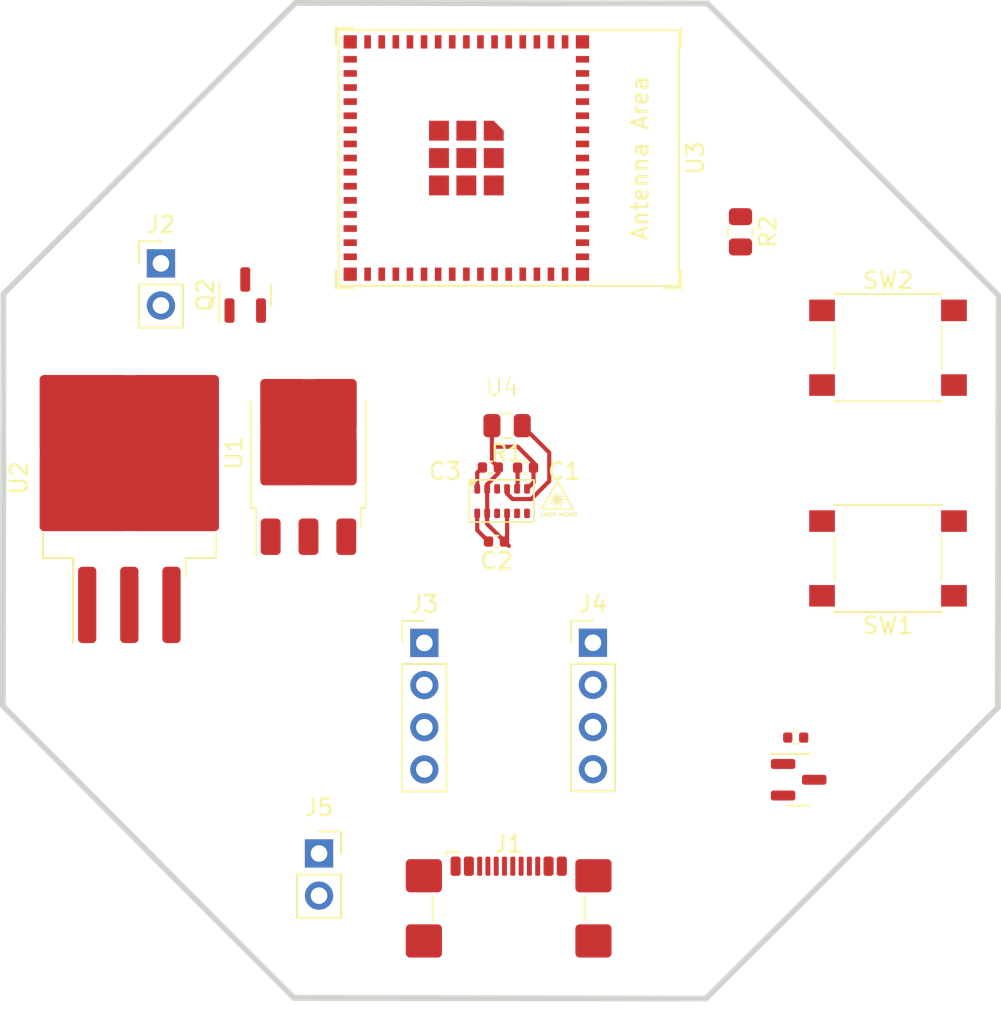
<source format=kicad_pcb>
(kicad_pcb (version 20221018) (generator pcbnew)
  (layers (0 "F.Cu" signal) (31 "B.Cu" signal) (34 "B.Paste" user) (35 "F.Paste" user) (36 "B.SilkS" user "B.Silkscreen") (37 "F.SilkS" user "F.Silkscreen") (38 "B.Mask" user) (39 "F.Mask" user) (44 "Edge.Cuts" user))
  (net 0 "")
  (net 1 "GND")
  (net 2 "+3.3V")
  (net 3 "VIN")
  (net 4 "Net-(D1-A)")
  (net 7 "+5V")
  (net 8 "RX")
  (net 9 "TX")
  (net 10 "TMS")
  (net 11 "TDI")
  (net 12 "TDO")
  (net 13 "TCK")
  (net 14 "Enable_Motor")
  (net 15 "Enable")
  (net 16 "Net-(U3-GPIO0{slash}BOOT)")
  (net 17 "Net-(SW2-A)")
  (net 18 "SCL")
  (net 19 "SDA")
  (net 20 "GPIO0")
  (net 21 "GPIO1")
  (net 24 "Hall_Effect_Sensor")
  (net 34 "D-")
  (net 35 "D+")
  (net 48 "Net-(Q2-E)")
  (footprint "Resistor_SMD:R_0805_2012Metric" (layer "F.Cu") (at 133.254442 84.706747 180)
    (fp_text reference "R1" (at 0 -1.65) (layer "F.SilkS"))
    (fp_text value "1Mohm")
    (fp_line (start -0.227064 -0.735) (end 0.227064 -0.735) (stroke (width 0.12)) (layer "F.SilkS"))
    (fp_line (start -0.227064 0.735) (end 0.227064 0.735) (stroke (width 0.12)) (layer "F.SilkS"))
    (pad "1" smd roundrect (at -0.9125 0 180) (size 1.025 1.4) (layers "F.Cu" "F.Paste" "F.Mask") (roundrect_rratio 0.243902) (net 15 "Enable"))
    (pad "2" smd roundrect (at 0.9125 0 180) (size 1.025 1.4) (layers "F.Cu" "F.Paste" "F.Mask") (roundrect_rratio 0.243902) (net 1 "GND"))
  )
  (footprint "Connector_PinHeader_2.54mm:PinHeader_1x04_P2.54mm_Vertical" (layer "F.Cu") (at 128.27 97.8)
    (fp_text reference "J3" (at 0 -2.33) (layer "F.SilkS"))
    (fp_text value "UART")
    (fp_line (start -1.33 -1.33) (end 0 -1.33) (stroke (width 0.12)) (layer "F.SilkS"))
    (fp_line (start -1.33 0) (end -1.33 -1.33) (stroke (width 0.12)) (layer "F.SilkS"))
    (fp_line (start -1.33 1.27) (end -1.33 8.95) (stroke (width 0.12)) (layer "F.SilkS"))
    (fp_line (start -1.33 1.27) (end 1.33 1.27) (stroke (width 0.12)) (layer "F.SilkS"))
    (fp_line (start -1.33 8.95) (end 1.33 8.95) (stroke (width 0.12)) (layer "F.SilkS"))
    (fp_line (start 1.33 1.27) (end 1.33 8.95) (stroke (width 0.12)) (layer "F.SilkS"))
    (pad "1" thru_hole rect (at 0 0) (size 1.7 1.7) (drill 1) (layers "*.Cu" "*.Mask") (net 2 "+3.3V"))
    (pad "2" thru_hole oval (at 0 2.54) (size 1.7 1.7) (drill 1) (layers "*.Cu" "*.Mask") (net 8 "RX"))
    (pad "3" thru_hole oval (at 0 5.08) (size 1.7 1.7) (drill 1) (layers "*.Cu" "*.Mask") (net 9 "TX"))
    (pad "4" thru_hole oval (at 0 7.62) (size 1.7 1.7) (drill 1) (layers "*.Cu" "*.Mask") (net 1 "GND"))
  )
  (footprint "Capacitor_SMD:C_0402_1005Metric" (layer "F.Cu") (at 150.65 103.505 180)
    (fp_text reference "C4" hide)
    (fp_text value " X7R 0.1 μF 6.3 V")
    (fp_line (start -0.107836 -0.36) (end 0.107836 -0.36) (stroke (width 0.12)) (layer "F.SilkS"))
    (fp_line (start -0.107836 0.36) (end 0.107836 0.36) (stroke (width 0.12)) (layer "F.SilkS"))
    (pad "1" smd roundrect (at -0.48 0 180) (size 0.56 0.62) (layers "F.Cu" "F.Paste" "F.Mask") (net 1 "GND"))
    (pad "2" smd roundrect (at 0.48 0 180) (size 0.56 0.62) (layers "F.Cu" "F.Paste" "F.Mask") (net 2 "+3.3V"))
  )
  (footprint "Capacitor_SMD:C_0402_1005Metric" (layer "F.Cu") (at 132.246942 87.226698 180)
    (fp_text reference "C3" (at 2.739856 -0.226049) (layer "F.SilkS"))
    (fp_text value " X7R 0.1 μF 6.3 V")
    (fp_line (start -0.107836 -0.36) (end 0.107836 -0.36) (stroke (width 0.12)) (layer "F.SilkS"))
    (fp_line (start -0.107836 0.36) (end 0.107836 0.36) (stroke (width 0.12)) (layer "F.SilkS"))
    (pad "1" smd roundrect (at -0.48 0 180) (size 0.56 0.62) (layers "F.Cu" "F.Paste" "F.Mask") (net 1 "GND"))
    (pad "2" smd roundrect (at 0.48 0 180) (size 0.56 0.62) (layers "F.Cu" "F.Paste" "F.Mask") (net 2 "+3.3V"))
  )
  (footprint "Connector_USB:USB_C_Receptacle_GCT_USB4110" (layer "F.Cu") (at 133.35 114.935)
    (fp_text reference "J1" (at 0 -5.015 unlocked) (layer "F.SilkS"))
    (fp_text value "USB_C_Receptacle_USB2.0")
    (fp_line (start -4.58 -0.435) (end -4.58 -1.845) (stroke (width 0.12)) (layer "F.SilkS"))
    (fp_line (start -3.76 -4.515) (end -3.76 -4.365) (stroke (width 0.12)) (layer "F.SilkS"))
    (fp_line (start -2.96 -4.515) (end -3.76 -4.515) (stroke (width 0.12)) (layer "F.SilkS"))
    (fp_line (start 4.58 -0.435) (end 4.58 -1.845) (stroke (width 0.12)) (layer "F.SilkS"))
    (pad "" np_thru_hole circle (at -2.89 -2.605) (size 0.65 0.65) (drill 0.65) (layers "F&B.Cu" "*.Mask"))
    (pad "" np_thru_hole circle (at 2.89 -2.605) (size 0.65 0.65) (drill 0.65) (layers "F&B.Cu" "*.Mask"))
    (pad "A1" smd roundrect (at -3.2 -3.68) (size 0.6 1.15) (layers "F.Cu" "F.Paste" "F.Mask") (net 1 "GND"))
    (pad "A4" smd roundrect (at -2.4 -3.68) (size 0.6 1.15) (layers "F.Cu" "F.Paste" "F.Mask") (net 4 "Net-(D1-A)"))
    (pad "A5" smd roundrect (at -1.25 -3.68) (size 0.3 1.15) (layers "F.Cu" "F.Paste" "F.Mask"))
    (pad "A6" smd roundrect (at -0.25 -3.68) (size 0.3 1.15) (layers "F.Cu" "F.Paste" "F.Mask") (net 35 "D+"))
    (pad "A7" smd roundrect (at 0.25 -3.68) (size 0.3 1.15) (layers "F.Cu" "F.Paste" "F.Mask") (net 34 "D-"))
    (pad "A8" smd roundrect (at 1.25 -3.68) (size 0.3 1.15) (layers "F.Cu" "F.Paste" "F.Mask"))
    (pad "A9" smd roundrect (at 2.4 -3.68) (size 0.6 1.15) (layers "F.Cu" "F.Paste" "F.Mask") (net 4 "Net-(D1-A)"))
    (pad "A12" smd roundrect (at 3.2 -3.68) (size 0.6 1.15) (layers "F.Cu" "F.Paste" "F.Mask") (net 1 "GND"))
    (pad "B1" smd roundrect (at 3.2 -3.68) (size 0.6 1.15) (layers "F.Cu" "F.Paste" "F.Mask") (net 1 "GND"))
    (pad "B4" smd roundrect (at 2.4 -3.68) (size 0.6 1.15) (layers "F.Cu" "F.Paste" "F.Mask") (net 4 "Net-(D1-A)"))
    (pad "B5" smd roundrect (at 1.75 -3.68) (size 0.3 1.15) (layers "F.Cu" "F.Paste" "F.Mask"))
    (pad "B6" smd roundrect (at 0.75 -3.68) (size 0.3 1.15) (layers "F.Cu" "F.Paste" "F.Mask") (net 35 "D+"))
    (pad "B7" smd roundrect (at -0.75 -3.68) (size 0.3 1.15) (layers "F.Cu" "F.Paste" "F.Mask") (net 34 "D-"))
    (pad "B8" smd roundrect (at -1.75 -3.68) (size 0.3 1.15) (layers "F.Cu" "F.Paste" "F.Mask"))
    (pad "B9" smd roundrect (at -2.4 -3.68) (size 0.6 1.15) (layers "F.Cu" "F.Paste" "F.Mask") (net 4 "Net-(D1-A)"))
    (pad "B12" smd roundrect (at -3.2 -3.68) (size 0.6 1.15) (layers "F.Cu" "F.Paste" "F.Mask") (net 1 "GND"))
    (pad "S1" smd roundrect (at -5.11 -3.105) (size 2.18 2) (layers "F.Cu" "F.Paste" "F.Mask") (roundrect_rratio 0.125) (net 1 "GND"))
    (pad "S1" smd roundrect (at -5.11 0.825) (size 2.18 2) (layers "F.Cu" "F.Paste" "F.Mask") (roundrect_rratio 0.125) (net 1 "GND"))
    (pad "S1" smd roundrect (at 5.11 -3.105) (size 2.18 2) (layers "F.Cu" "F.Paste" "F.Mask") (roundrect_rratio 0.125) (net 1 "GND"))
    (pad "S1" smd roundrect (at 5.11 0.825) (size 2.18 2) (layers "F.Cu" "F.Paste" "F.Mask") (roundrect_rratio 0.125) (net 1 "GND"))
  )
  (footprint "Package_TO_SOT_SMD:TO-263-3_TabPin2" (layer "F.Cu") (at 110.49 87.86 90)
    (fp_text reference "U2" (at 0 -6.65 90) (layer "F.SilkS"))
    (fp_text value "LM1117S-5.0")
    (fp_line (start -4.825 -5.2) (end -4.825 -3.39) (stroke (width 0.12)) (layer "F.SilkS"))
    (fp_line (start -4.825 -3.39) (end -9.95 -3.39) (stroke (width 0.12)) (layer "F.SilkS"))
    (fp_line (start -4.825 3.39) (end -5.925 3.39) (stroke (width 0.12)) (layer "F.SilkS"))
    (fp_line (start -4.825 5.2) (end -4.825 3.39) (stroke (width 0.12)) (layer "F.SilkS"))
    (fp_line (start -3.325 -5.2) (end -4.825 -5.2) (stroke (width 0.12)) (layer "F.SilkS"))
    (fp_line (start -3.325 5.2) (end -4.825 5.2) (stroke (width 0.12)) (layer "F.SilkS"))
    (pad "1" smd roundrect (at -7.65 -2.54 90) (size 4.6 1.1) (layers "F.Cu" "F.Paste" "F.Mask") (roundrect_rratio 0.227273) (net 1 "GND"))
    (pad "2" smd roundrect (at -7.65 0 90) (size 4.6 1.1) (layers "F.Cu" "F.Paste" "F.Mask") (roundrect_rratio 0.227273) (net 7 "+5V"))
    (pad "2" smd roundrect (at -0.925 -2.775 90) (size 4.55 5.25) (layers "F.Cu" "F.Paste") (roundrect_rratio 0.054945) (net 7 "+5V"))
    (pad "2" smd roundrect (at -0.925 2.775 90) (size 4.55 5.25) (layers "F.Cu" "F.Paste") (roundrect_rratio 0.054945) (net 7 "+5V"))
    (pad "2" smd roundrect (at 1.5 0 90) (size 9.4 10.8) (layers "F.Cu" "F.Mask") (roundrect_rratio 0.026596) (net 7 "+5V"))
    (pad "2" smd roundrect (at 3.925 -2.775 90) (size 4.55 5.25) (layers "F.Cu" "F.Paste") (roundrect_rratio 0.054945) (net 7 "+5V"))
    (pad "2" smd roundrect (at 3.925 2.775 90) (size 4.55 5.25) (layers "F.Cu" "F.Paste") (roundrect_rratio 0.054945) (net 7 "+5V"))
    (pad "3" smd roundrect (at -7.65 2.54 90) (size 4.6 1.1) (layers "F.Cu" "F.Paste" "F.Mask") (roundrect_rratio 0.227273) (net 3 "VIN"))
  )
  (footprint "Connector_PinHeader_2.54mm:PinHeader_1x04_P2.54mm_Vertical" (layer "F.Cu") (at 138.43 97.79)
    (fp_text reference "J4" (at 0 -2.33) (layer "F.SilkS"))
    (fp_text value "JTAG")
    (fp_line (start -1.33 -1.33) (end 0 -1.33) (stroke (width 0.12)) (layer "F.SilkS"))
    (fp_line (start -1.33 0) (end -1.33 -1.33) (stroke (width 0.12)) (layer "F.SilkS"))
    (fp_line (start -1.33 1.27) (end -1.33 8.95) (stroke (width 0.12)) (layer "F.SilkS"))
    (fp_line (start -1.33 1.27) (end 1.33 1.27) (stroke (width 0.12)) (layer "F.SilkS"))
    (fp_line (start -1.33 8.95) (end 1.33 8.95) (stroke (width 0.12)) (layer "F.SilkS"))
    (fp_line (start 1.33 1.27) (end 1.33 8.95) (stroke (width 0.12)) (layer "F.SilkS"))
    (pad "1" thru_hole rect (at 0 0) (size 1.7 1.7) (drill 1) (layers "*.Cu" "*.Mask") (net 10 "TMS"))
    (pad "2" thru_hole oval (at 0 2.54) (size 1.7 1.7) (drill 1) (layers "*.Cu" "*.Mask") (net 11 "TDI"))
    (pad "3" thru_hole oval (at 0 5.08) (size 1.7 1.7) (drill 1) (layers "*.Cu" "*.Mask") (net 12 "TDO"))
    (pad "4" thru_hole oval (at 0 7.62) (size 1.7 1.7) (drill 1) (layers "*.Cu" "*.Mask") (net 13 "TCK"))
  )
  (footprint "Capacitor_SMD:C_0402_1005Metric" (layer "F.Cu") (at 134.366515 87.238217 180)
    (fp_text reference "C1" (at -2.325427 -0.21453) (layer "F.SilkS"))
    (fp_text value " X7R 0.1 μF 6.3 V")
    (fp_line (start -0.107836 -0.36) (end 0.107836 -0.36) (stroke (width 0.12)) (layer "F.SilkS"))
    (fp_line (start -0.107836 0.36) (end 0.107836 0.36) (stroke (width 0.12)) (layer "F.SilkS"))
    (pad "1" smd roundrect (at -0.48 0 180) (size 0.56 0.62) (layers "F.Cu" "F.Paste" "F.Mask") (net 1 "GND"))
    (pad "2" smd roundrect (at 0.48 0 180) (size 0.56 0.62) (layers "F.Cu" "F.Paste" "F.Mask") (net 2 "+3.3V"))
  )
  (footprint "Package_TO_SOT_SMD:TO-252-3_TabPin2" (layer "F.Cu") (at 121.285 86.36 90)
    (fp_text reference "U1" (at 0 -4.5 90) (layer "F.SilkS"))
    (fp_text value "LM1117DT-3.3")
    (fp_line (start -3.31 -3.45) (end -3.31 -3.18) (stroke (width 0.12)) (layer "F.SilkS"))
    (fp_line (start -3.31 -3.18) (end -6.14 -3.18) (stroke (width 0.12)) (layer "F.SilkS"))
    (fp_line (start -3.31 3.18) (end -4.41 3.18) (stroke (width 0.12)) (layer "F.SilkS"))
    (fp_line (start -3.31 3.45) (end -3.31 3.18) (stroke (width 0.12)) (layer "F.SilkS"))
    (fp_line (start 3.11 -3.45) (end -3.31 -3.45) (stroke (width 0.12)) (layer "F.SilkS"))
    (fp_line (start 3.11 3.45) (end -3.31 3.45) (stroke (width 0.12)) (layer "F.SilkS"))
    (pad "1" smd roundrect (at -5.04 -2.28 90) (size 2.2 1.2) (layers "F.Cu" "F.Paste" "F.Mask") (roundrect_rratio 0.208333) (net 1 "GND"))
    (pad "2" smd roundrect (at -5.04 0 90) (size 2.2 1.2) (layers "F.Cu" "F.Paste" "F.Mask") (roundrect_rratio 0.208333) (net 2 "+3.3V"))
    (pad "2" smd roundrect (at -0.415 -1.525 90) (size 3.05 2.75) (layers "F.Cu" "F.Paste") (roundrect_rratio 0.090909) (net 2 "+3.3V"))
    (pad "2" smd roundrect (at -0.415 1.525 90) (size 3.05 2.75) (layers "F.Cu" "F.Paste") (roundrect_rratio 0.090909) (net 2 "+3.3V"))
    (pad "2" smd roundrect (at 1.26 0 90) (size 6.4 5.8) (layers "F.Cu" "F.Mask") (roundrect_rratio 0.043103) (net 2 "+3.3V"))
    (pad "2" smd roundrect (at 2.935 -1.525 90) (size 3.05 2.75) (layers "F.Cu" "F.Paste") (roundrect_rratio 0.090909) (net 2 "+3.3V"))
    (pad "2" smd roundrect (at 2.935 1.525 90) (size 3.05 2.75) (layers "F.Cu" "F.Paste") (roundrect_rratio 0.090909) (net 2 "+3.3V"))
    (pad "3" smd roundrect (at -5.04 2.28 90) (size 2.2 1.2) (layers "F.Cu" "F.Paste" "F.Mask") (roundrect_rratio 0.208333) (net 3 "VIN"))
  )
  (footprint "Capacitor_SMD:C_0402_1005Metric" (layer "F.Cu") (at 132.619442 91.691747 180)
    (fp_text reference "C2" (at 0 -1.16) (layer "F.SilkS"))
    (fp_text value " X7R 0.1 μF 6.3 V")
    (fp_line (start -0.107836 -0.36) (end 0.107836 -0.36) (stroke (width 0.12)) (layer "F.SilkS"))
    (fp_line (start -0.107836 0.36) (end 0.107836 0.36) (stroke (width 0.12)) (layer "F.SilkS"))
    (pad "1" smd roundrect (at -0.48 0 180) (size 0.56 0.62) (layers "F.Cu" "F.Paste" "F.Mask") (net 1 "GND"))
    (pad "2" smd roundrect (at 0.48 0 180) (size 0.56 0.62) (layers "F.Cu" "F.Paste" "F.Mask") (net 2 "+3.3V"))
  )
  (footprint "Package_TO_SOT_SMD:SOT-23" (layer "F.Cu") (at 117.475 76.835 90)
    (fp_text reference "Q2" (at 0 -2.4 90) (layer "F.SilkS"))
    (fp_text value "BC847")
    (fp_line (start 0 -1.56) (end -1.675 -1.56) (stroke (width 0.12)) (layer "F.SilkS"))
    (fp_line (start 0 -1.56) (end 0.65 -1.56) (stroke (width 0.12)) (layer "F.SilkS"))
    (fp_line (start 0 1.56) (end -0.65 1.56) (stroke (width 0.12)) (layer "F.SilkS"))
    (fp_line (start 0 1.56) (end 0.65 1.56) (stroke (width 0.12)) (layer "F.SilkS"))
    (pad "1" smd roundrect (at -0.9375 -0.95 90) (size 1.475 0.6) (layers "F.Cu" "F.Paste" "F.Mask") (net 14 "Enable_Motor"))
    (pad "2" smd roundrect (at -0.9375 0.95 90) (size 1.475 0.6) (layers "F.Cu" "F.Paste" "F.Mask") (net 48 "Net-(Q2-E)"))
    (pad "3" smd roundrect (at 0.9375 0 90) (size 1.475 0.6) (layers "F.Cu" "F.Paste" "F.Mask") (net 1 "GND"))
  )
  (footprint "Package_TO_SOT_SMD:SOT-23" (layer "F.Cu") (at 150.8275 106.045)
    (fp_text reference "U6" hide)
    (fp_text value "DRV5055A2xDBZxQ1")
    (fp_line (start 0 -1.56) (end -1.675 -1.56) (stroke (width 0.12)) (layer "F.SilkS"))
    (fp_line (start 0 -1.56) (end 0.65 -1.56) (stroke (width 0.12)) (layer "F.SilkS"))
    (fp_line (start 0 1.56) (end -0.65 1.56) (stroke (width 0.12)) (layer "F.SilkS"))
    (fp_line (start 0 1.56) (end 0.65 1.56) (stroke (width 0.12)) (layer "F.SilkS"))
    (pad "1" smd roundrect (at -0.9375 -0.95) (size 1.475 0.6) (layers "F.Cu" "F.Paste" "F.Mask") (net 2 "+3.3V"))
    (pad "2" smd roundrect (at -0.9375 0.95) (size 1.475 0.6) (layers "F.Cu" "F.Paste" "F.Mask") (net 24 "Hall_Effect_Sensor"))
    (pad "3" smd roundrect (at 0.9375 0) (size 1.475 0.6) (layers "F.Cu" "F.Paste" "F.Mask") (net 1 "GND"))
  )
  (footprint "PCM_Espressif:ESP32-S3-MINI-1" (layer "F.Cu") (at 130.8 68.58 -90)
    (fp_text reference "U3" (at 0 -13.8 90) (layer "F.SilkS"))
    (fp_text value "ESP32-S3-MINI-1")
    (fp_text user "Antenna Area" (at 0 -10.45 90) (layer "F.SilkS"))
    (fp_line (start -7.85 7.85) (end -7.85 6.8) (stroke (width 0.12)) (layer "F.SilkS"))
    (fp_line (start -7.7 -12.8) (end -7.7 -7.7) (stroke (width 0.12)) (layer "F.SilkS"))
    (fp_line (start -7.7 -12.8) (end 7.7 -12.8) (stroke (width 0.12)) (layer "F.SilkS"))
    (fp_line (start -7.7 7.7) (end -7.7 -7.7) (stroke (width 0.12)) (layer "F.SilkS"))
    (fp_line (start -6.8 7.85) (end -7.85 7.85) (stroke (width 0.12)) (layer "F.SilkS"))
    (fp_line (start -6.65 -12.95) (end -7.85 -12.95) (stroke (width 0.12)) (layer "F.SilkS"))
    (fp_line (start 6.8 -12.95) (end 7.85 -12.95) (stroke (width 0.12)) (layer "F.SilkS"))
    (fp_line (start 6.8 7.85) (end 7.85 7.85) (stroke (width 0.12)) (layer "F.SilkS"))
    (fp_line (start 7.7 -12.8) (end 7.7 -7.7) (stroke (width 0.12)) (layer "F.SilkS"))
    (fp_line (start 7.7 -7.7) (end 7.7 7.7) (stroke (width 0.12)) (layer "F.SilkS"))
    (fp_line (start 7.7 7.7) (end -7.7 7.7) (stroke (width 0.12)) (layer "F.SilkS"))
    (fp_line (start 7.85 -12.95) (end 7.85 -11.95) (stroke (width 0.12)) (layer "F.SilkS"))
    (fp_line (start 7.85 7.85) (end 7.85 6.8) (stroke (width 0.12)) (layer "F.SilkS"))
    (pad "1" smd rect (at -7 -5.95) (size 0.4 0.8) (layers "F.Cu" "F.Paste" "F.Mask") (net 1 "GND"))
    (pad "2" smd rect (at -7 -5.1) (size 0.4 0.8) (layers "F.Cu" "F.Paste" "F.Mask") (net 1 "GND"))
    (pad "3" smd rect (at -7 -4.25) (size 0.4 0.8) (layers "F.Cu" "F.Paste" "F.Mask") (net 2 "+3.3V"))
    (pad "4" smd rect (at -7 -3.4) (size 0.4 0.8) (layers "F.Cu" "F.Paste" "F.Mask") (net 16 "Net-(U3-GPIO0{slash}BOOT)"))
    (pad "5" smd rect (at -7 -2.55) (size 0.4 0.8) (layers "F.Cu" "F.Paste" "F.Mask") (net 15 "Enable"))
    (pad "6" smd rect (at -7 -1.7) (size 0.4 0.8) (layers "F.Cu" "F.Paste" "F.Mask") (net 18 "SCL"))
    (pad "7" smd rect (at -7 -0.85) (size 0.4 0.8) (layers "F.Cu" "F.Paste" "F.Mask") (net 19 "SDA"))
    (pad "8" smd rect (at -7 0) (size 0.4 0.8) (layers "F.Cu" "F.Paste" "F.Mask") (net 20 "GPIO0"))
    (pad "9" smd rect (at -7 0.85) (size 0.4 0.8) (layers "F.Cu" "F.Paste" "F.Mask") (net 21 "GPIO1"))
    (pad "10" smd rect (at -7 1.7) (size 0.4 0.8) (layers "F.Cu" "F.Paste" "F.Mask") (net 14 "Enable_Motor"))
    (pad "11" smd rect (at -7 2.55) (size 0.4 0.8) (layers "F.Cu" "F.Paste" "F.Mask"))
    (pad "12" smd rect (at -7 3.4) (size 0.4 0.8) (layers "F.Cu" "F.Paste" "F.Mask"))
    (pad "13" smd rect (at -7 4.25) (size 0.4 0.8) (layers "F.Cu" "F.Paste" "F.Mask") (net 24 "Hall_Effect_Sensor"))
    (pad "14" smd rect (at -7 5.1) (size 0.4 0.8) (layers "F.Cu" "F.Paste" "F.Mask"))
    (pad "15" smd rect (at -7 5.95) (size 0.4 0.8) (layers "F.Cu" "F.Paste" "F.Mask"))
    (pad "16" smd rect (at -5.95 7 270) (size 0.4 0.8) (layers "F.Cu" "F.Paste" "F.Mask"))
    (pad "17" smd rect (at -5.1 7 270) (size 0.4 0.8) (layers "F.Cu" "F.Paste" "F.Mask"))
    (pad "18" smd rect (at -4.25 7 270) (size 0.4 0.8) (layers "F.Cu" "F.Paste" "F.Mask"))
    (pad "19" smd rect (at -3.4 7 270) (size 0.4 0.8) (layers "F.Cu" "F.Paste" "F.Mask"))
    (pad "20" smd rect (at -2.55 7 270) (size 0.4 0.8) (layers "F.Cu" "F.Paste" "F.Mask"))
    (pad "21" smd rect (at -1.7 7 270) (size 0.4 0.8) (layers "F.Cu" "F.Paste" "F.Mask"))
    (pad "22" smd rect (at -0.85 7 270) (size 0.4 0.8) (layers "F.Cu" "F.Paste" "F.Mask"))
    (pad "23" smd rect (at 0 7 270) (size 0.4 0.8) (layers "F.Cu" "F.Paste" "F.Mask") (net 34 "D-"))
    (pad "24" smd rect (at 0.85 7 270) (size 0.4 0.8) (layers "F.Cu" "F.Paste" "F.Mask") (net 35 "D+"))
    (pad "25" smd rect (at 1.7 7 270) (size 0.4 0.8) (layers "F.Cu" "F.Paste" "F.Mask"))
    (pad "26" smd rect (at 2.55 7 270) (size 0.4 0.8) (layers "F.Cu" "F.Paste" "F.Mask"))
    (pad "27" smd rect (at 3.4 7 270) (size 0.4 0.8) (layers "F.Cu" "F.Paste" "F.Mask"))
    (pad "28" smd rect (at 4.25 7 270) (size 0.4 0.8) (layers "F.Cu" "F.Paste" "F.Mask"))
    (pad "29" smd rect (at 5.1 7 270) (size 0.4 0.8) (layers "F.Cu" "F.Paste" "F.Mask"))
    (pad "30" smd rect (at 5.95 7 270) (size 0.4 0.8) (layers "F.Cu" "F.Paste" "F.Mask"))
    (pad "31" smd rect (at 7 5.95) (size 0.4 0.8) (layers "F.Cu" "F.Paste" "F.Mask"))
    (pad "32" smd rect (at 7 5.1) (size 0.4 0.8) (layers "F.Cu" "F.Paste" "F.Mask"))
    (pad "33" smd rect (at 7 4.25) (size 0.4 0.8) (layers "F.Cu" "F.Paste" "F.Mask"))
    (pad "34" smd rect (at 7 3.4) (size 0.4 0.8) (layers "F.Cu" "F.Paste" "F.Mask"))
    (pad "35" smd rect (at 7 2.55) (size 0.4 0.8) (layers "F.Cu" "F.Paste" "F.Mask") (net 13 "TCK"))
    (pad "36" smd rect (at 7 1.7) (size 0.4 0.8) (layers "F.Cu" "F.Paste" "F.Mask") (net 12 "TDO"))
    (pad "37" smd rect (at 7 0.85) (size 0.4 0.8) (layers "F.Cu" "F.Paste" "F.Mask") (net 11 "TDI"))
    (pad "38" smd rect (at 7 0) (size 0.4 0.8) (layers "F.Cu" "F.Paste" "F.Mask") (net 10 "TMS"))
    (pad "39" smd rect (at 7 -0.85) (size 0.4 0.8) (layers "F.Cu" "F.Paste" "F.Mask") (net 9 "TX"))
    (pad "40" smd rect (at 7 -1.7) (size 0.4 0.8) (layers "F.Cu" "F.Paste" "F.Mask") (net 8 "RX"))
    (pad "41" smd rect (at 7 -2.55) (size 0.4 0.8) (layers "F.Cu" "F.Paste" "F.Mask"))
    (pad "42" smd rect (at 7 -3.4) (size 0.4 0.8) (layers "F.Cu" "F.Paste" "F.Mask") (net 1 "GND"))
    (pad "43" smd rect (at 7 -4.25) (size 0.4 0.8) (layers "F.Cu" "F.Paste" "F.Mask") (net 1 "GND"))
    (pad "44" smd rect (at 7 -5.1) (size 0.4 0.8) (layers "F.Cu" "F.Paste" "F.Mask"))
    (pad "45" smd rect (at 7 -5.95) (size 0.4 0.8) (layers "F.Cu" "F.Paste" "F.Mask") (net 17 "Net-(SW2-A)"))
    (pad "46" smd rect (at 5.95 -7 270) (size 0.4 0.8) (layers "F.Cu" "F.Paste" "F.Mask") (net 1 "GND"))
    (pad "47" smd rect (at 5.1 -7 270) (size 0.4 0.8) (layers "F.Cu" "F.Paste" "F.Mask") (net 1 "GND"))
    (pad "48" smd rect (at 4.25 -7 270) (size 0.4 0.8) (layers "F.Cu" "F.Paste" "F.Mask") (net 1 "GND"))
    (pad "49" smd rect (at 3.4 -7 270) (size 0.4 0.8) (layers "F.Cu" "F.Paste" "F.Mask") (net 1 "GND"))
    (pad "50" smd rect (at 2.55 -7 270) (size 0.4 0.8) (layers "F.Cu" "F.Paste" "F.Mask") (net 1 "GND"))
    (pad "51" smd rect (at 1.7 -7 270) (size 0.4 0.8) (layers "F.Cu" "F.Paste" "F.Mask") (net 1 "GND"))
    (pad "52" smd rect (at 0.85 -7 270) (size 0.4 0.8) (layers "F.Cu" "F.Paste" "F.Mask") (net 1 "GND"))
    (pad "53" smd rect (at 0 -7 270) (size 0.4 0.8) (layers "F.Cu" "F.Paste" "F.Mask") (net 1 "GND"))
    (pad "54" smd rect (at -0.85 -7 270) (size 0.4 0.8) (layers "F.Cu" "F.Paste" "F.Mask") (net 1 "GND"))
    (pad "55" smd rect (at -1.7 -7 270) (size 0.4 0.8) (layers "F.Cu" "F.Paste" "F.Mask") (net 1 "GND"))
    (pad "56" smd rect (at -2.55 -7 270) (size 0.4 0.8) (layers "F.Cu" "F.Paste" "F.Mask") (net 1 "GND"))
    (pad "57" smd rect (at -3.4 -7 270) (size 0.4 0.8) (layers "F.Cu" "F.Paste" "F.Mask") (net 1 "GND"))
    (pad "58" smd rect (at -4.25 -7 270) (size 0.4 0.8) (layers "F.Cu" "F.Paste" "F.Mask") (net 1 "GND"))
    (pad "59" smd rect (at -5.1 -7 270) (size 0.4 0.8) (layers "F.Cu" "F.Paste" "F.Mask") (net 1 "GND"))
    (pad "60" smd rect (at -5.95 -7 270) (size 0.4 0.8) (layers "F.Cu" "F.Paste" "F.Mask") (net 1 "GND"))
    (pad "61" smd custom (at -1.65 -1.65 270) (size 0.6 0.6) (layers "F.Cu" "F.Paste" "F.Mask") (net 1 "GND") (options (clearance outline) (anchor rect)) (primitives (gr_poly (pts (xy 0.6 0.6) (xy -0.6 0.6) (xy -0.6 0) (xy 0 -0.6) (xy 0.6 -0.6)) (width 0) (fill yes))))
    (pad "61" smd rect (at -1.65 0 270) (size 1.2 1.2) (layers "F.Cu" "F.Paste" "F.Mask") (net 1 "GND"))
    (pad "61" smd rect (at -1.65 1.65 270) (size 1.2 1.2) (layers "F.Cu" "F.Paste" "F.Mask") (net 1 "GND"))
    (pad "61" smd rect (at 0 -1.65 270) (size 1.2 1.2) (layers "F.Cu" "F.Paste" "F.Mask") (net 1 "GND"))
    (pad "61" smd rect (at 0 0 270) (size 1.2 1.2) (layers "F.Cu" "F.Paste" "F.Mask") (net 1 "GND"))
    (pad "61" smd rect (at 0 1.65 270) (size 1.2 1.2) (layers "F.Cu" "F.Paste" "F.Mask") (net 1 "GND"))
    (pad "61" smd rect (at 1.65 -1.65 270) (size 1.2 1.2) (layers "F.Cu" "F.Paste" "F.Mask") (net 1 "GND"))
    (pad "61" smd rect (at 1.65 0 270) (size 1.2 1.2) (layers "F.Cu" "F.Paste" "F.Mask") (net 1 "GND"))
    (pad "61" smd rect (at 1.65 1.65 270) (size 1.2 1.2) (layers "F.Cu" "F.Paste" "F.Mask") (net 1 "GND"))
    (pad "62" smd rect (at -7 -7 90) (size 0.8 0.8) (layers "F.Cu" "F.Paste" "F.Mask") (net 1 "GND"))
    (pad "63" smd rect (at -7 7 90) (size 0.8 0.8) (layers "F.Cu" "F.Paste" "F.Mask") (net 1 "GND"))
    (pad "64" smd rect (at 7 7 90) (size 0.8 0.8) (layers "F.Cu" "F.Paste" "F.Mask") (net 1 "GND"))
    (pad "65" smd rect (at 7 -7 90) (size 0.8 0.8) (layers "F.Cu" "F.Paste" "F.Mask") (net 1 "GND"))
  )
  (footprint "Resistor_SMD:R_0805_2012Metric" (layer "F.Cu") (at 147.32 73.025 -90)
    (fp_text reference "R2" (at 0 -1.65 90) (layer "F.SilkS"))
    (fp_text value "1Mohm")
    (fp_line (start -0.227064 -0.735) (end 0.227064 -0.735) (stroke (width 0.12)) (layer "F.SilkS"))
    (fp_line (start -0.227064 0.735) (end 0.227064 0.735) (stroke (width 0.12)) (layer "F.SilkS"))
    (pad "1" smd roundrect (at -0.9125 0 270) (size 1.025 1.4) (layers "F.Cu" "F.Paste" "F.Mask") (roundrect_rratio 0.243902) (net 14 "Enable_Motor"))
    (pad "2" smd roundrect (at 0.9125 0 270) (size 1.025 1.4) (layers "F.Cu" "F.Paste" "F.Mask") (roundrect_rratio 0.243902) (net 1 "GND"))
  )
  (footprint "Button_Switch_SMD:SW_Push_1P1T_NO_6x6mm_H9.5mm" (layer "F.Cu") (at 156.21 92.71 180)
    (fp_text reference "SW1" (at 0 -4.05) (layer "F.SilkS"))
    (fp_text value "BOOT")
    (fp_line (start -3.23 -3.23) (end 3.23 -3.23) (stroke (width 0.12)) (layer "F.SilkS"))
    (fp_line (start -3.23 -3.2) (end -3.23 -3.23) (stroke (width 0.12)) (layer "F.SilkS"))
    (fp_line (start -3.23 -1.3) (end -3.23 1.3) (stroke (width 0.12)) (layer "F.SilkS"))
    (fp_line (start -3.23 3.23) (end -3.23 3.2) (stroke (width 0.12)) (layer "F.SilkS"))
    (fp_line (start -3.23 3.23) (end 3.23 3.23) (stroke (width 0.12)) (layer "F.SilkS"))
    (fp_line (start 3.23 -3.23) (end 3.23 -3.2) (stroke (width 0.12)) (layer "F.SilkS"))
    (fp_line (start 3.23 -1.3) (end 3.23 1.3) (stroke (width 0.12)) (layer "F.SilkS"))
    (fp_line (start 3.23 3.23) (end 3.23 3.2) (stroke (width 0.12)) (layer "F.SilkS"))
    (pad "1" smd rect (at -3.975 -2.25 180) (size 1.55 1.3) (layers "F.Cu" "F.Paste" "F.Mask") (net 1 "GND"))
    (pad "1" smd rect (at 3.975 -2.25 180) (size 1.55 1.3) (layers "F.Cu" "F.Paste" "F.Mask") (net 1 "GND"))
    (pad "2" smd rect (at -3.975 2.25 180) (size 1.55 1.3) (layers "F.Cu" "F.Paste" "F.Mask") (net 16 "Net-(U3-GPIO0{slash}BOOT)"))
    (pad "2" smd rect (at 3.975 2.25 180) (size 1.55 1.3) (layers "F.Cu" "F.Paste" "F.Mask") (net 16 "Net-(U3-GPIO0{slash}BOOT)"))
  )
  (footprint "Button_Switch_SMD:SW_Push_1P1T_NO_6x6mm_H9.5mm" (layer "F.Cu") (at 156.21 80.01)
    (fp_text reference "SW2" (at 0 -4.05) (layer "F.SilkS"))
    (fp_text value "RESET")
    (fp_line (start -3.23 -3.23) (end 3.23 -3.23) (stroke (width 0.12)) (layer "F.SilkS"))
    (fp_line (start -3.23 -3.2) (end -3.23 -3.23) (stroke (width 0.12)) (layer "F.SilkS"))
    (fp_line (start -3.23 -1.3) (end -3.23 1.3) (stroke (width 0.12)) (layer "F.SilkS"))
    (fp_line (start -3.23 3.23) (end -3.23 3.2) (stroke (width 0.12)) (layer "F.SilkS"))
    (fp_line (start -3.23 3.23) (end 3.23 3.23) (stroke (width 0.12)) (layer "F.SilkS"))
    (fp_line (start 3.23 -3.23) (end 3.23 -3.2) (stroke (width 0.12)) (layer "F.SilkS"))
    (fp_line (start 3.23 -1.3) (end 3.23 1.3) (stroke (width 0.12)) (layer "F.SilkS"))
    (fp_line (start 3.23 3.23) (end 3.23 3.2) (stroke (width 0.12)) (layer "F.SilkS"))
    (pad "1" smd rect (at -3.975 -2.25) (size 1.55 1.3) (layers "F.Cu" "F.Paste" "F.Mask") (net 17 "Net-(SW2-A)"))
    (pad "1" smd rect (at 3.975 -2.25) (size 1.55 1.3) (layers "F.Cu" "F.Paste" "F.Mask") (net 17 "Net-(SW2-A)"))
    (pad "2" smd rect (at -3.975 2.25) (size 1.55 1.3) (layers "F.Cu" "F.Paste" "F.Mask") (net 2 "+3.3V"))
    (pad "2" smd rect (at 3.975 2.25) (size 1.55 1.3) (layers "F.Cu" "F.Paste" "F.Mask") (net 2 "+3.3V"))
  )
  (footprint "Connector_PinHeader_2.54mm:PinHeader_1x02_P2.54mm_Vertical" (layer "F.Cu") (at 112.395 74.925)
    (fp_text reference "J2" (at 0 -2.33) (layer "F.SilkS"))
    (fp_text value "Motor")
    (fp_line (start -1.33 -1.33) (end 0 -1.33) (stroke (width 0.12)) (layer "F.SilkS"))
    (fp_line (start -1.33 0) (end -1.33 -1.33) (stroke (width 0.12)) (layer "F.SilkS"))
    (fp_line (start -1.33 1.27) (end -1.33 3.87) (stroke (width 0.12)) (layer "F.SilkS"))
    (fp_line (start -1.33 1.27) (end 1.33 1.27) (stroke (width 0.12)) (layer "F.SilkS"))
    (fp_line (start -1.33 3.87) (end 1.33 3.87) (stroke (width 0.12)) (layer "F.SilkS"))
    (fp_line (start 1.33 1.27) (end 1.33 3.87) (stroke (width 0.12)) (layer "F.SilkS"))
    (pad "1" thru_hole rect (at 0 0) (size 1.7 1.7) (drill 1) (layers "*.Cu" "*.Mask") (net 48 "Net-(Q2-E)"))
    (pad "2" thru_hole oval (at 0 2.54) (size 1.7 1.7) (drill 1) (layers "*.Cu" "*.Mask") (net 7 "+5V"))
  )
  (footprint "ToF:TMF8805" (layer "F.Cu") (at 132.951299 82.893217)
    (fp_text reference "U4" (at 0 -0.5 unlocked) (layer "F.SilkS") (effects (font (thickness 0.1))))
    (fp_text value "~")
    (fp_text user "LASER HAZARD" (at 2.296204 7.290279 unlocked) (layer "F.SilkS") (effects (font (size 0.2 0.2) (thickness 0.05)) (justify left bottom)))
    (fp_rect (start -1.974465 5.08) (end 1.923651 7.62) (stroke (width 0.1)) (fill none) (layer "F.SilkS"))
    (fp_poly (pts (xy -1.974465 5.08) (xy -1.49 5.08) (xy -1.97 5.55) (xy -1.97 5.38)) (stroke (width 0.1)) (fill solid) (layer "F.SilkS"))
    (fp_poly (pts (xy 3.361115 5.112641) (xy 3.366291 5.116401) (xy 3.371116 5.123497) (xy 3.382166 5.141565) (xy 3.399058 5.169941) (xy 3.421411 5.207964) (xy 3.448841 5.254972) (xy 3.480966 5.310302) (xy 3.517403 5.373293) (xy 3.557771 5.443281) (xy 3.601686 5.519606) (xy 3.648766 5.601604) (xy 3.698628 5.688614) (xy 3.75089 5.779972) (xy 3.805169 5.875018) (xy 3.855365 5.963051) (xy 3.922061 6.080105) (xy 3.982438 6.186097) (xy 4.036792 6.281597) (xy 4.085415 6.367172) (xy 4.128602 6.443391) (xy 4.166648 6.510825) (xy 4.199845 6.570041) (xy 4.228489 6.621609) (xy 4.252874 6.666096) (xy 4.273292 6.704073) (xy 4.29004 6.736108) (xy 4.30341 6.76277) (xy 4.313698 6.784628) (xy 4.321196 6.80225) (xy 4.326199 6.816206) (xy 4.329001 6.827064) (xy 4.329897 6.835394) (xy 4.32918 6.841763) (xy 4.327145 6.846742) (xy 4.324085 6.850899) (xy 4.320295 6.854802) (xy 4.317711 6.857341) (xy 4.315711 6.859172) (xy 4.31312 6.860828) (xy 4.309291 6.862317) (xy 4.303572 6.863649) (xy 4.295316 6.864832) (xy 4.283873 6.865875) (xy 4.268594 6.866788) (xy 4.248829 6.867577) (xy 4.22393 6.868254) (xy 4.193246 6.868825) (xy 4.15613 6.869301) (xy 4.111931 6.86969) (xy 4.06 6.87) (xy 3.999689 6.870241) (xy 3.930348 6.870421) (xy 3.851328 6.870549) (xy 3.761979 6.870634) (xy 3.661653 6.870685) (xy 3.5497 6.870711) (xy 3.425471 6.870719) (xy 3.331011 6.87072) (xy 3.197816 6.870718) (xy 3.077351 6.870705) (xy 2.968967 6.870673) (xy 2.872015 6.870613) (xy 2.785844 6.870515) (xy 2.709806 6.870373) (xy 2.643252 6.870175) (xy 2.585533 6.869914) (xy 2.535999 6.869581) (xy 2.494 6.869167) (xy 2.458889 6.868664) (xy 2.430016 6.868061) (xy 2.40673 6.867352) (xy 2.388384 6.866526) (xy 2.374328 6.865576) (xy 2.363913 6.864491) (xy 2.356489 6.863264) (xy 2.351408 6.861886) (xy 2.34802 6.860347) (xy 2.345676 6.85864) (xy 2.34431 6.857341) (xy 2.340216 6.85331) (xy 2.336669 6.849377) (xy 2.333964 6.844974) (xy 2.332396 6.839533) (xy 2.332259 6.832484) (xy 2.333846 6.823259) (xy 2.337452 6.811288) (xy 2.34337 6.796004) (xy 2.351896 6.776836) (xy 2.360683 6.758671) (xy 2.480253 6.758671) (xy 2.486441 6.759292) (xy 2.505219 6.759891) (xy 2.535798 6.760463) (xy 2.577388 6.761004) (xy 2.629201 6.761508) (xy 2.690447 6.761972) (xy 2.760337 6.762391) (xy 2.838082 6.762759) (xy 2.922892 6.763073) (xy 3.01398 6.763327) (xy 3.110554 6.763518) (xy 3.211827 6.763639) (xy 3.31701 6.763688) (xy 3.331003 6.763688) (xy 4.184695 6.763688) (xy 4.162567 6.724884) (xy 4.153885 6.709612) (xy 4.139596 6.684421) (xy 4.120679 6.651041) (xy 4.098113 6.611198) (xy 4.072876 6.56662) (xy 4.045947 6.519035) (xy 4.030062 6.490958) (xy 3.919686 6.295837) (xy 3.708967 6.296089) (xy 3.498248 6.296342) (xy 3.567066 6.313236) (xy 3.597601 6.320931) (xy 3.61723 6.32669) (xy 3.628088 6.33155) (xy 3.632315 6.336551) (xy 3.632047 6.34273) (xy 3.631537 6.344552) (xy 3.626141 6.358253) (xy 3.622606 6.363975) (xy 3.614702 6.364187) (xy 3.597009 6.360791) (xy 3.572425 6.354426) (xy 3.55262 6.348532) (xy 3.524507 6.340194) (xy 3.500867 6.334017) (xy 3.484773 6.330757) (xy 3.479706 6.330592) (xy 3.483073 6.334263) (xy 3.496739 6.343112) (xy 3.519099 6.356207) (xy 3.548548 6.37262) (xy 3.58348 6.391419) (xy 3.596659 6.398367) (xy 3.642513 6.422382) (xy 3.677813 6.440998) (xy 3.703787 6.455154) (xy 3.721663 6.465792) (xy 3.732668 6.473851) (xy 3.73803 6.480272) (xy 3.738977 6.485995) (xy 3.736737 6.49196) (xy 3.732537 6.499108) (xy 3.731201 6.501407) (xy 3.721666 6.514737) (xy 3.713565 6.520451) (xy 3.712312 6.52032) (xy 3.704894 6.51615) (xy 3.687896 6.505922) (xy 3.663058 6.490708) (xy 3.632122 6.471576) (xy 3.596831 6.449595) (xy 3.582088 6.440371) (xy 3.545874 6.417912) (xy 3.513565 6.398302) (xy 3.486831 6.382521) (xy 3.467344 6.371548) (xy 3.456776 6.366363) (xy 3.455399 6.366146) (xy 3.458734 6.371638) (xy 3.470163 6.384206) (xy 3.487863 6.401945) (xy 3.508651 6.421694) (xy 3.532915 6.444579) (xy 3.548485 6.460457) (xy 3.556715 6.471148) (xy 3.558965 6.478472) (xy 3.556592 6.48425) (xy 3.555919 6.485098) (xy 3.544804 6.494107) (xy 3.538257 6.496109) (xy 3.530304 6.491556) (xy 3.515563 6.479262) (xy 3.496364 6.461273) (xy 3.481093 6.445946) (xy 3.460816 6.425569) (xy 3.444088 6.409762) (xy 3.432955 6.400398) (xy 3.429499 6.398735) (xy 3.432023 6.405003) (xy 3.440737 6.420902) (xy 3.45466 6.444767) (xy 3.472814 6.474934) (xy 3.494219 6.509737) (xy 3.504206 6.525756) (xy 3.526902 6.562256) (xy 3.546982 6.595013) (xy 3.56342 6.622313) (xy 3.575188 6.642443) (xy 3.581261 6.653691) (xy 3.581866 6.655346) (xy 3.57642 6.661515) (xy 3.56294 6.669813) (xy 3.559067 6.671741) (xy 3.536267 6.682613) (xy 3.468349 6.552711) (xy 3.442404 6.503542) (xy 3.421939 6.465826) (xy 3.406605 6.438975) (xy 3.396051 6.4224) (xy 3.389924 6.415515) (xy 3.387873 6.417729) (xy 3.387871 6.417962) (xy 3.389718 6.425176) (xy 3.394705 6.442342) (xy 3.401997 6.466632) (xy 3.408118 6.486653) (xy 3.416292 6.515003) (xy 3.4222 6.539035) (xy 3.425129 6.55562) (xy 3.425051 6.56106) (xy 3.416562 6.5677) (xy 3.405354 6.569693) (xy 3.397674 6.568776) (xy 3.391918 6.56444) (xy 3.386953 6.554308) (xy 3.381645 6.536004) (xy 3.374862 6.507152) (xy 3.374256 6.504471) (xy 3.367397 6.475644) (xy 3.360903 6.451118) (xy 3.355703 6.434264) (xy 3.353575 6.429214) (xy 3.352026 6.432421) (xy 3.351053 6.446807) (xy 3.350617 6.470184) (xy 3.350679 6.500364) (xy 3.3512 6.535163) (xy 3.352139 6.572392) (xy 3.353458 6.609865) (xy 3.355117 6.645394) (xy 3.357078 6.676794) (xy 3.358294 6.691776) (xy 3.361778 6.730241) (xy 3.331011 6.730241) (xy 3.300243 6.730241) (xy 3.303727 6.691776) (xy 3.305839 6.663649) (xy 3.307672 6.630166) (xy 3.309187 6.593514) (xy 3.310344 6.555879) (xy 3.311104 6.519448) (xy 3.311428 6.486409) (xy 3.311276 6.458947) (xy 3.310609 6.439251) (xy 3.309388 6.429507) (xy 3.308446 6.429214) (xy 3.304478 6.439788) (xy 3.298656 6.460075) (xy 3.291907 6.486703) (xy 3.287765 6.504471) (xy 3.280824 6.534218) (xy 3.275444 6.553238) (xy 3.270492 6.563905) (xy 3.264836 6.568597) (xy 3.257341 6.56969) (xy 3.256667 6.569693) (xy 3.242865 6.566562) (xy 3.23697 6.56106) (xy 3.237455 6.551359) (xy 3.241405 6.532074) (xy 3.248109 6.506335) (xy 3.253903 6.486653) (xy 3.262328 6.459018) (xy 3.269037 6.436503) (xy 3.273199 6.421934) (xy 3.27415 6.417962) (xy 3.272235 6.415442) (xy 3.266255 6.422003) (xy 3.255859 6.438232) (xy 3.240697 6.464718) (xy 3.220416 6.502047) (xy 3.194666 6.550809) (xy 3.193672 6.552711) (xy 3.125754 6.682613) (xy 3.102954 6.671741) (xy 3.088207 6.663389) (xy 3.080486 6.656442) (xy 3.080155 6.655346) (xy 3.083558 6.648295) (xy 3.093084 6.631649) (xy 3.107706 6.60712) (xy 3.126397 6.576424) (xy 3.14813 6.541271) (xy 3.157815 6.525756) (xy 3.18032 6.489468) (xy 3.199996 6.457098) (xy 3.215863 6.430312) (xy 3.226943 6.410774) (xy 3.232255 6.400149) (xy 3.232522 6.398735) (xy 3.226973 6.40199) (xy 3.214284 6.413101) (xy 3.196501 6.430197) (xy 3.180928 6.445946) (xy 3.159965 6.466767) (xy 3.14178 6.483368) (xy 3.128704 6.4937) (xy 3.123764 6.496109) (xy 3.112889 6.491409) (xy 3.106102 6.485098) (xy 3.10315 6.479395) (xy 3.104619 6.472419) (xy 3.111864 6.462351) (xy 3.126243 6.447369) (xy 3.149114 6.425653) (xy 3.15337 6.421694) (xy 3.17531 6.400822) (xy 3.192699 6.383328) (xy 3.203714 6.371114) (xy 3.206622 6.366146) (xy 3.200295 6.368611) (xy 3.184347 6.377274) (xy 3.160452 6.391156) (xy 3.130279 6.409278) (xy 3.0955 6.430661) (xy 3.079933 6.440371) (xy 3.043402 6.463182) (xy 3.01054 6.483566) (xy 2.983088 6.500455) (xy 2.962787 6.512778) (xy 2.951381 6.519466) (xy 2.949709 6.52032) (xy 2.942425 6.516809) (xy 2.932898 6.504874) (xy 2.93082 6.501407) (xy 2.926296 6.493769) (xy 2.923394 6.487572) (xy 2.923342 6.481876) (xy 2.927367 6.475741) (xy 2.936697 6.468227) (xy 2.952559 6.458392) (xy 2.976183 6.445298) (xy 3.008794 6.428003) (xy 3.051621 6.405568) (xy 3.065362 6.398367) (xy 3.10183 6.378953) (xy 3.133373 6.361603) (xy 3.158388 6.347245) (xy 3.175269 6.336809) (xy 3.18241 6.331227) (xy 3.182315 6.330592) (xy 3.173106 6.331437) (xy 3.154262 6.335713) (xy 3.128856 6.342664) (xy 3.109401 6.348532) (xy 3.081711 6.356598) (xy 3.05888 6.362144) (xy 3.043805 6.36453) (xy 3.039415 6.363975) (xy 3.033923 6.353999) (xy 3.030495 6.344586) (xy 3.029461 6.338073) (xy 3.032312 6.332952) (xy 3.041158 6.328232) (xy 3.058108 6.322921) (xy 3.085271 6.316025) (xy 3.097487 6.313077) (xy 3.126755 6.305774) (xy 3.151011 6.299199) (xy 3.167406 6.294157) (xy 3.172984 6.291735) (xy 3.167826 6.290633) (xy 3.151093 6.289831) (xy 3.124583 6.289355) (xy 3.090097 6.289227) (xy 3.049435 6.28947) (xy 3.023294 6.289797) (xy 2.869436 6.292079) (xy 2.869436 6.268666) (xy 2.869436 6.245253) (xy 2.993191 6.247134) (xy 3.034726 6.247933) (xy 3.073597 6.24899) (xy 3.107034 6.250206) (xy 3.132268 6.251481) (xy 3.145377 6.252561) (xy 3.165722 6.254213) (xy 3.174114 6.252888) (xy 3.171506 6.249134) (xy 3.158849 6.243501) (xy 3.137098 6.236536) (xy 3.107204 6.228786) (xy 3.101895 6.227548) (xy 3.070174 6.219984) (xy 3.04945 6.21413) (xy 3.037597 6.209089) (xy 3.032489 6.203964) (xy 3.031974 6.198032) (xy 3.034966 6.182822) (xy 3.040063 6.175135) (xy 3.050316 6.173999) (xy 3.068777 6.17844) (xy 3.081428 6.182261) (xy 3.120614 6.194235) (xy 3.148804 6.202681) (xy 3.167769 6.208058) (xy 3.179283 6.210828) (xy 3.185118 6.211453) (xy 3.187048 6.210394) (xy 3.187131 6.209772) (xy 3.181453 6.205458) (xy 3.165574 6.19593) (xy 3.14117 6.182129) (xy 3.109919 6.164994) (xy 3.073499 6.145466) (xy 3.053453 6.134876) (xy 3.015055 6.114552) (xy 2.980963 6.09624) (xy 2.952852 6.080861) (xy 2.9324 6.06934) (xy 2.921281 6.062596) (xy 2.919745 6.061292) (xy 2.922843 6.053952) (xy 2.930624 6.040011) (xy 2.932858 6.036296) (xy 2.946059 6.014644) (xy 3.073332 6.094829) (xy 3.110235 6.117948) (xy 3.143367 6.138457) (xy 3.171054 6.155339) (xy 3.191622 6.167579) (xy 3.203398 6.174161) (xy 3.205455 6.175013) (xy 3.20297 6.170621) (xy 3.192617 6.158663) (xy 3.176054 6.140967) (xy 3.155004 6.119424) (xy 3.099704 6.063835) (xy 3.114145 6.050857) (xy 3.128586 6.037879) (xy 3.181299 6.09401) (xy 3.201888 6.11531) (xy 3.218711 6.131526) (xy 3.230006 6.141044) (xy 3.234013 6.142332) (xy 3.23059 6.134603) (xy 3.221008 6.117338) (xy 3.206301 6.092283) (xy 3.1875 6.061185) (xy 3.16564 6.02579) (xy 3.155884 6.010206) (xy 3.077754 5.885888) (xy 3.094006 5.873298) (xy 3.108429 5.86479) (xy 3.119541 5.86233) (xy 3.125234 5.868479) (xy 3.136039 5.884807) (xy 3.150942 5.909598) (xy 3.168926 5.941138) (xy 3.188976 5.977712) (xy 3.198945 5.996382) (xy 3.219256 6.034355) (xy 3.237535 6.067799) (xy 3.252861 6.095086) (xy 3.26431 6.114586) (xy 3.270962 6.124673) (xy 3.272204 6.125673) (xy 3.271618 6.118413) (xy 3.267635 6.101113) (xy 3.260937 6.076473) (xy 3.253456 6.051254) (xy 3.243969 6.019404) (xy 3.238478 5.99794) (xy 3.236624 5.984597) (xy 3.238046 5.97711) (xy 3.241153 5.973908) (xy 3.253678 5.967698) (xy 3.263204 5.968342) (xy 3.270925 5.977372) (xy 3.278036 5.996321) (xy 3.285731 6.026722) (xy 3.287121 6.032861) (xy 3.295267 6.068401) (xy 3.301679 6.093943) (xy 3.306482 6.109066) (xy 3.309802 6.113345) (xy 3.311767 6.106359) (xy 3.312502 6.087685) (xy 3.312134 6.056898) (xy 3.310789 6.013577) (xy 3.308724 5.960506) (xy 3.307119 5.917975) (xy 3.305937 5.879988) (xy 3.305222 5.848568) (xy 3.305015 5.825738) (xy 3.305359 5.813521) (xy 3.305626 5.812108) (xy 3.313726 5.808589) (xy 3.328834 5.807227) (xy 3.344755 5.808022) (xy 3.355294 5.810976) (xy 3.356395 5.812108) (xy 3.356948 5.819998) (xy 3.356935 5.83923) (xy 3.356398 5.867782) (xy 3.35538 5.903632) (xy 3.353923 5.944756) (xy 3.353297 5.960506) (xy 3.351142 6.01611) (xy 3.349843 6.058778) (xy 3.349529 6.088933) (xy 3.350324 6.106998) (xy 3.352355 6.113396) (xy 3.355749 6.10855) (xy 3.360631 6.092883) (xy 3.367128 6.066818) (xy 3.3749 6.032861) (xy 3.382803 6.000451) (xy 3.389928 5.979741) (xy 3.397468 5.9692) (xy 3.406618 5.967295) (xy 3.418574 5.972494) (xy 3.420868 5.973908) (xy 3.424571 5.978425) (xy 3.425275 5.987052) (xy 3.42262 6.002055) (xy 3.416247 6.025696) (xy 3.408565 6.051254) (xy 3.400063 6.08007) (xy 3.393686 6.10389) (xy 3.390115 6.120013) (xy 3.389817 6.125673) (xy 3.393697 6.120954) (xy 3.402841 6.105999) (xy 3.416327 6.082438) (xy 3.433231 6.051897) (xy 3.452632 6.016005) (xy 3.463076 5.996382) (xy 3.483752 5.958014) (xy 3.502846 5.923866) (xy 3.519341 5.89565) (xy 3.532222 5.875083) (xy 3.540474 5.863878) (xy 3.54248 5.86233) (xy 3.55403 5.864978) (xy 3.568015 5.873298) (xy 3.584267 5.885888) (xy 3.506137 6.010206) (xy 3.483307 6.046875) (xy 3.463108 6.079973) (xy 3.446571 6.107756) (xy 3.434731 6.128475) (xy 3.428619 6.140385) (xy 3.428008 6.142332) (xy 3.432219 6.140898) (xy 3.443677 6.13119) (xy 3.460618 6.114823) (xy 3.480722 6.09401) (xy 3.533435 6.037879) (xy 3.547876 6.050857) (xy 3.562317 6.063835) (xy 3.507017 6.119424) (xy 3.485914 6.141022) (xy 3.469367 6.158705) (xy 3.459033 6.170644) (xy 3.456566 6.175013) (xy 3.46339 6.171595) (xy 3.479832 6.162018) (xy 3.504218 6.147297) (xy 3.534875 6.128449) (xy 3.570127 6.10649) (xy 3.588689 6.094829) (xy 3.715962 6.014644) (xy 3.729163 6.036296) (xy 3.737683 6.051104) (xy 3.742101 6.060413) (xy 3.742276 6.061292) (xy 3.736595 6.065226) (xy 3.72072 6.074412) (xy 3.696328 6.087928) (xy 3.665094 6.104851) (xy 3.628695 6.124259) (xy 3.608568 6.134876) (xy 3.570155 6.155264) (xy 3.536055 6.173739) (xy 3.507946 6.189359) (xy 3.487505 6.201186) (xy 3.47641 6.20828) (xy 3.47489 6.209772) (xy 3.475942 6.211274) (xy 3.48033 6.21124) (xy 3.489827 6.209209) (xy 3.506206 6.20472) (xy 3.53124 6.19731) (xy 3.566701 6.186519) (xy 3.580593 6.182261) (xy 3.604069 6.175492) (xy 3.617874 6.173833) (xy 3.625061 6.178255) (xy 3.628683 6.189732) (xy 3.630047 6.198009) (xy 3.629339 6.204579) (xy 3.623399 6.210042) (xy 3.609956 6.215475) (xy 3.586735 6.221961) (xy 3.571832 6.22567) (xy 3.511627 6.240371) (xy 3.69726 6.24114) (xy 3.745532 6.241205) (xy 3.789131 6.241005) (xy 3.826357 6.240569) (xy 3.85551 6.239926) (xy 3.87489 6.239104) (xy 3.882796 6.238132) (xy 3.882894 6.238006) (xy 3.879684 6.231805) (xy 3.870451 6.215077) (xy 3.855784 6.188861) (xy 3.836275 6.154194) (xy 3.812514 6.112114) (xy 3.785093 6.063658) (xy 3.754602 6.009864) (xy 3.721632 5.95177) (xy 3.686774 5.890413) (xy 3.65062 5.826832) (xy 3.613759 5.762064) (xy 3.576783 5.697146) (xy 3.540283 5.633118) (xy 3.50485 5.571015) (xy 3.471074 5.511876) (xy 3.439547 5.456739) (xy 3.410859 5.406641) (xy 3.385601 5.36262) (xy 3.364365 5.325714) (xy 3.347741 5.29696) (xy 3.33632 5.277397) (xy 3.330693 5.268062) (xy 3.330199 5.267405) (xy 3.326835 5.273251) (xy 3.317242 5.290032) (xy 3.301813 5.317059) (xy 3.280943 5.353641) (xy 3.255024 5.399088) (xy 3.224449 5.452711) (xy 3.189613 5.513818) (xy 3.150907 5.581722) (xy 3.108727 5.65573) (xy 3.063465 5.735154) (xy 3.015513 5.819303) (xy 2.965267 5.907488) (xy 2.913119 5.999018) (xy 2.906224 6.011121) (xy 2.853813 6.103115) (xy 2.803226 6.191906) (xy 2.754858 6.276799) (xy 2.709106 6.3571) (xy 2.666365 6.432113) (xy 2.627031 6.501144) (xy 2.591501 6.563498) (xy 2.560169 6.618481) (xy 2.533432 6.665397) (xy 2.511685 6.703553) (xy 2.495325 6.732253) (xy 2.484747 6.750802) (xy 2.480347 6.758507) (xy 2.480253 6.758671) (xy 2.360683 6.758671) (xy 2.363322 6.753216) (xy 2.377944 6.724575) (xy 2.396054 6.690345) (xy 2.417948 6.649956) (xy 2.44392 6.60284) (xy 2.474263 6.548427) (xy 2.509272 6.486149) (xy 2.54924 6.415438) (xy 2.594463 6.335723) (xy 2.645233 6.246436) (xy 2.701845 6.147009) (xy 2.764594 6.036872) (xy 2.806656 5.963051) (xy 2.862423 5.865256) (xy 2.916515 5.770553) (xy 2.968552 5.679604) (xy 3.01815 5.593071) (xy 3.064927 5.511617) (xy 3.108501 5.435903) (xy 3.148488 5.366592) (xy 3.184507 5.304347) (xy 3.216175 5.249828) (xy 3.243108 5.203699) (xy 3.264926 5.166621) (xy 3.281245 5.139257) (xy 3.291683 5.12227) (xy 3.29573 5.116401) (xy 3.315498 5.106881) (xy 3.339416 5.105627)) (fill solid) (layer "F.SilkS"))
    (pad "1" smd roundrect (at -1.496857 7.09953 180) (size 0.35 0.575) (layers "F.Cu" "F.Paste" "F.Mask") (net 2 "+3.3V"))
    (pad "2" smd roundrect (at -0.896857 7.09953 180) (size 0.35 0.575) (layers "F.Cu" "F.Paste" "F.Mask") (net 1 "GND"))
    (pad "3" smd roundrect (at -0.296857 7.09953 180) (size 0.35 0.575) (layers "F.Cu" "F.Paste" "F.Mask") (net 21 "GPIO1"))
    (pad "4" smd roundrect (at 0.303143 7.09953 180) (size 0.35 0.575) (layers "F.Cu" "F.Paste" "F.Mask") (net 1 "GND"))
    (pad "5" smd roundrect (at 0.903143 7.09953 180) (size 0.35 0.575) (layers "F.Cu" "F.Paste" "F.Mask") (net 18 "SCL"))
    (pad "6" smd roundrect (at 1.503143 7.09953 180) (size 0.35 0.575) (layers "F.Cu" "F.Paste" "F.Mask") (net 19 "SDA"))
    (pad "7" smd roundrect (at 1.503143 5.62353 180) (size 0.35 0.575) (layers "F.Cu" "F.Paste" "F.Mask") (net 1 "GND"))
    (pad "8" smd roundrect (at 0.903143 5.62353 180) (size 0.35 0.575) (layers "F.Cu" "F.Paste" "F.Mask") (net 2 "+3.3V"))
    (pad "9" smd roundrect (at 0.303143 5.62353 180) (size 0.35 0.575) (layers "F.Cu" "F.Paste" "F.Mask") (net 15 "Enable"))
    (pad "10" smd roundrect (at -0.296857 5.62353 180) (size 0.35 0.575) (layers "F.Cu" "F.Paste" "F.Mask") (net 20 "GPIO0"))
    (pad "11" smd roundrect (at -0.896857 5.62353 180) (size 0.35 0.575) (layers "F.Cu" "F.Paste" "F.Mask") (net 1 "GND"))
    (pad "12" smd roundrect (at -1.496857 5.62353 180) (size 0.35 0.575) (layers "F.Cu" "F.Paste" "F.Mask") (net 2 "+3.3V"))
  )
  (footprint "Connector_PinSocket_2.54mm:PinSocket_1x02_P2.54mm_Vertical" (layer "F.Cu") (at 121.92 110.49)
    (fp_text reference "J5" (at 0 -2.77) (layer "F.SilkS"))
    (fp_text value "VIN")
    (fp_line (start -1.33 1.27) (end -1.33 3.87) (stroke (width 0.12)) (layer "F.SilkS"))
    (fp_line (start -1.33 1.27) (end 1.33 1.27) (stroke (width 0.12)) (layer "F.SilkS"))
    (fp_line (start -1.33 3.87) (end 1.33 3.87) (stroke (width 0.12)) (layer "F.SilkS"))
    (fp_line (start 0 -1.33) (end 1.33 -1.33) (stroke (width 0.12)) (layer "F.SilkS"))
    (fp_line (start 1.33 -1.33) (end 1.33 0) (stroke (width 0.12)) (layer "F.SilkS"))
    (fp_line (start 1.33 1.27) (end 1.33 3.87) (stroke (width 0.12)) (layer "F.SilkS"))
    (pad "1" thru_hole rect (at 0 0) (size 1.7 1.7) (drill 1) (layers "*.Cu" "*.Mask") (net 3 "VIN"))
    (pad "2" thru_hole oval (at 0 2.54) (size 1.7 1.7) (drill 1) (layers "*.Cu" "*.Mask") (net 1 "GND"))
  )
  (gr_line (start 102.87 101.6) (end 120.403406 119.190241) (stroke (width 0.349999)) (layer "Edge.Cuts"))
  (gr_line (start 145.336593 59.270616) (end 120.500429 59.230428) (stroke (width 0.349999)) (layer "Edge.Cuts"))
  (gr_line (start 102.910188 76.763834) (end 102.87 101.6) (stroke (width 0.349999)) (layer "Edge.Cuts"))
  (gr_line (start 162.829811 101.697023) (end 162.869998 76.860857) (stroke (width 0.349999)) (layer "Edge.Cuts"))
  (gr_line (start 162.869998 76.860857) (end 145.336593 59.270616) (stroke (width 0.349999)) (layer "Edge.Cuts"))
  (gr_line (start 120.500429 59.230428) (end 102.910188 76.763834) (stroke (width 0.349999)) (layer "Edge.Cuts"))
  (gr_line (start 120.403406 119.190241) (end 145.23957 119.230428) (stroke (width 0.349999)) (layer "Edge.Cuts"))
  (gr_line (start 145.23957 119.230428) (end 162.829811 101.697023) (stroke (width 0.349999)) (layer "Edge.Cuts"))
  (segment (start 132.726942 87.570959) (end 132.054442 88.243459) (width 0.25) (layer "F.Cu") (net 1))
  (segment (start 132.054442 90.635257) (end 133.099442 91.680257) (width 0.25) (layer "F.Cu") (net 1))
  (segment (start 132.054442 89.992747) (end 132.054442 90.635257) (width 0.25) (layer "F.Cu") (net 1))
  (segment (start 134.846515 87.238217) (end 134.846515 88.124674) (width 0.25) (layer "F.Cu") (net 1))
  (segment (start 133.361942 91.954247) (end 133.099442 91.691747) (width 0.25) (layer "F.Cu") (net 1))
  (segment (start 133.254442 91.536747) (end 133.099442 91.691747) (width 0.25) (layer "F.Cu") (net 1))
  (segment (start 132.341942 86.841698) (end 132.726942 87.226698) (width 0.25) (layer "F.Cu") (net 1))
  (segment (start 132.726942 87.226698) (end 132.726942 87.570959) (width 0.25) (layer "F.Cu") (net 1))
  (segment (start 132.054442 88.243459) (end 132.054442 88.516747) (width 0.25) (layer "F.Cu") (net 1))
  (segment (start 133.099442 91.680257) (end 133.099442 91.691747) (width 0.25) (layer "F.Cu") (net 1))
  (segment (start 134.846515 88.124674) (end 134.454442 88.516747) (width 0.25) (layer "F.Cu") (net 1))
  (segment (start 134.846515 86.928218) (end 133.895044 85.976747) (width 0.25) (layer "F.Cu") (net 1))
  (segment (start 132.341942 85.976747) (end 132.341942 86.841698) (width 0.25) (layer "F.Cu") (net 1))
  (segment (start 132.341942 84.706747) (end 132.341942 85.976747) (width 0.25) (layer "F.Cu") (net 1))
  (segment (start 133.254442 89.992747) (end 133.254442 91.536747) (width 0.25) (layer "F.Cu") (net 1))
  (segment (start 132.054442 88.516747) (end 132.054442 89.992747) (width 0.25) (layer "F.Cu") (net 1))
  (segment (start 134.846515 87.238217) (end 134.846515 86.928218) (width 0.25) (layer "F.Cu") (net 1))
  (segment (start 133.895044 85.976747) (end 132.341942 85.976747) (width 0.25) (layer "F.Cu") (net 1))
  (segment (start 131.454442 87.539198) (end 131.454442 88.516747) (width 0.25) (layer "F.Cu") (net 2))
  (segment (start 133.886515 87.238217) (end 133.886515 88.484674) (width 0.25) (layer "F.Cu") (net 2))
  (segment (start 131.454442 89.992747) (end 131.454442 91.006747) (width 0.25) (layer "F.Cu") (net 2))
  (segment (start 131.766942 87.226698) (end 131.454442 87.539198) (width 0.25) (layer "F.Cu") (net 2))
  (segment (start 133.886515 88.484674) (end 133.854442 88.516747) (width 0.25) (layer "F.Cu") (net 2))
  (segment (start 131.454442 91.006747) (end 132.139442 91.691747) (width 0.25) (layer "F.Cu") (net 2))
  (segment (start 133.254442 88.804246) (end 133.579443 89.129247) (width 0.25) (layer "F.Cu") (net 15))
  (segment (start 133.579443 89.129247) (end 134.71523 89.129247) (width 0.25) (layer "F.Cu") (net 15))
  (segment (start 135.794442 88.050035) (end 135.794442 86.334247) (width 0.25) (layer "F.Cu") (net 15))
  (segment (start 135.794442 86.334247) (end 134.166942 84.706747) (width 0.25) (layer "F.Cu") (net 15))
  (segment (start 134.71523 89.129247) (end 135.794442 88.050035) (width 0.25) (layer "F.Cu") (net 15))
  (segment (start 133.254442 88.516747) (end 133.254442 88.804246) (width 0.25) (layer "F.Cu") (net 15))
)
</source>
